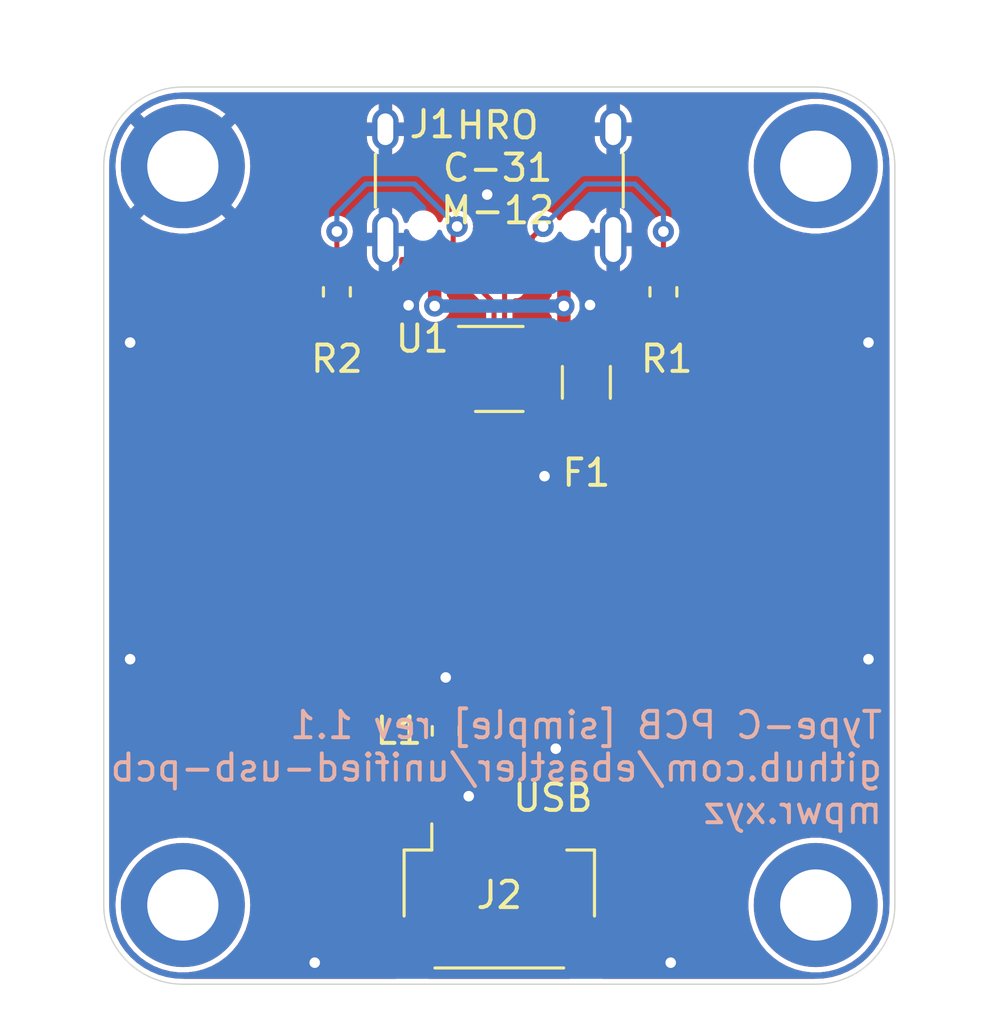
<source format=kicad_pcb>
(kicad_pcb (version 20221018) (generator pcbnew)
  (layers (0 "F.Cu" signal) (31 "B.Cu" signal) (34 "B.Paste" user) (35 "F.Paste" user) (36 "B.SilkS" user "B.Silkscreen") (37 "F.SilkS" user "F.Silkscreen") (38 "B.Mask" user) (39 "F.Mask" user) (44 "Edge.Cuts" user))
  (net 0 "")
  (net 2 "VOUT")
  (net 3 "Net-(F1-Pad2)")
  (net 4 "USB_D-")
  (net 5 "USB_D+")
  (net 7 "Net-(J1-PadA5)")
  (net 8 "Net-(J1-PadB5)")
  (net 9 "GND")
  (net 10 "Earth")
  (footprint "Fuse:Fuse_1206_3216Metric" (layer "F.Cu") (at 34.0614 30.48 90)
    (fp_text reference "F1" (at -3.429 0 180) (layer "F.SilkS"))
    (fp_text value "SCF075-1206R")
    (fp_line (start -0.602064 -0.91) (end 0.602064 -0.91) (stroke (width 0.12)) (layer "F.SilkS"))
    (fp_line (start -0.602064 0.91) (end 0.602064 0.91) (stroke (width 0.12)) (layer "F.SilkS"))
    (pad "1" smd roundrect (at -1.4 0 90) (size 1.25 1.75) (layers "F.Cu" "F.Paste" "F.Mask") (roundrect_rratio 0.2) (net 2 "VOUT"))
    (pad "2" smd roundrect (at 1.4 0 90) (size 1.25 1.75) (layers "F.Cu" "F.Paste" "F.Mask") (roundrect_rratio 0.2) (net 3 "Net-(F1-Pad2)"))
  )
  (footprint "Package_TO_SOT_SMD:SOT-23-6" (layer "F.Cu") (at 30.7594 29.972)
    (fp_text reference "U1" (at -2.921 -1.143) (layer "F.SilkS"))
    (fp_text value "SRV05-4")
    (fp_line (start -0.9 1.61) (end 0.9 1.61) (stroke (width 0.12)) (layer "F.SilkS"))
    (fp_line (start 0.9 -1.61) (end -1.55 -1.61) (stroke (width 0.12)) (layer "F.SilkS"))
    (pad "1" smd rect (at -1.1 -0.95) (size 1.06 0.65) (layers "F.Cu" "F.Paste" "F.Mask") (net 5 "USB_D+"))
    (pad "2" smd rect (at -1.1 0) (size 1.06 0.65) (layers "F.Cu" "F.Paste" "F.Mask") (net 10 "Earth"))
    (pad "3" smd rect (at -1.1 0.95) (size 1.06 0.65) (layers "F.Cu" "F.Paste" "F.Mask") (net 5 "USB_D+"))
    (pad "4" smd rect (at 1.1 0.95) (size 1.06 0.65) (layers "F.Cu" "F.Paste" "F.Mask") (net 4 "USB_D-"))
    (pad "5" smd rect (at 1.1 0) (size 1.06 0.65) (layers "F.Cu" "F.Paste" "F.Mask") (net 2 "VOUT"))
    (pad "6" smd rect (at 1.1 -0.95) (size 1.06 0.65) (layers "F.Cu" "F.Paste" "F.Mask") (net 4 "USB_D-"))
  )
  (footprint "MountingHole:MountingHole_2.7mm_M2.5_DIN965_Pad" (layer "F.Cu") (at 42.7594 22.288)
    (fp_text reference "H2" hide)
    (fp_text value "MountingHole_Pad")
    (pad "1" thru_hole circle (at 0 0) (size 4.7 4.7) (drill 2.7) (layers "*.Cu" "*.Mask"))
  )
  (footprint "MountingHole:MountingHole_2.7mm_M2.5_DIN965_Pad" (layer "F.Cu") (at 18.7594 22.288)
    (fp_text reference "H1" hide)
    (fp_text value "MountingHole_Pad")
    (pad "1" thru_hole circle (at 0 0) (size 4.7 4.7) (drill 2.7) (layers "*.Cu" "*.Mask") (net 10 "Earth"))
  )
  (footprint "Resistor_SMD:R_0603_1608Metric" (layer "F.Cu") (at 36.9824 27.051 90)
    (fp_text reference "R1" (at -2.54 0.127) (layer "F.SilkS"))
    (fp_text value "5.1k")
    (fp_line (start -0.162779 -0.51) (end 0.162779 -0.51) (stroke (width 0.12)) (layer "F.SilkS"))
    (fp_line (start -0.162779 0.51) (end 0.162779 0.51) (stroke (width 0.12)) (layer "F.SilkS"))
    (pad "1" smd roundrect (at -0.7875 0 90) (size 0.875 0.95) (layers "F.Cu" "F.Paste" "F.Mask") (net 10 "Earth"))
    (pad "2" smd roundrect (at 0.7875 0 90) (size 0.875 0.95) (layers "F.Cu" "F.Paste" "F.Mask") (net 7 "Net-(J1-PadA5)"))
  )
  (footprint "Inductor_SMD:L_0603_1608Metric" (layer "F.Cu") (at 28.7274 43.688 90)
    (fp_text reference "L1" (at 0 -1.778 180) (layer "F.SilkS"))
    (fp_text value "PBY160808T-181Y-N")
    (fp_line (start -0.162779 -0.51) (end 0.162779 -0.51) (stroke (width 0.12)) (layer "F.SilkS"))
    (fp_line (start -0.162779 0.51) (end 0.162779 0.51) (stroke (width 0.12)) (layer "F.SilkS"))
    (pad "1" smd roundrect (at -0.7875 0 90) (size 0.875 0.95) (layers "F.Cu" "F.Paste" "F.Mask") (net 9 "GND"))
    (pad "2" smd roundrect (at 0.7875 0 90) (size 0.875 0.95) (layers "F.Cu" "F.Paste" "F.Mask") (net 10 "Earth"))
  )
  (footprint "MountingHole:MountingHole_2.7mm_M2.5_DIN965_Pad" (layer "F.Cu") (at 42.7594 50.288)
    (fp_text reference "H4" hide)
    (fp_text value "MountingHole_Pad")
    (pad "1" thru_hole circle (at 0 0) (size 4.7 4.7) (drill 2.7) (layers "*.Cu" "*.Mask"))
  )
  (footprint "Connector_JST:JST_SH_SM05B-SRSS-TB_1x05-1MP_P1.00mm_Horizontal" (layer "F.Cu") (at 30.7594 49.988)
    (fp_text reference "J2" (at 0 -0.077) (layer "F.SilkS"))
    (fp_text value "USB_Out")
    (fp_line (start -3.61 -1.785) (end -2.56 -1.785) (stroke (width 0.12)) (layer "F.SilkS"))
    (fp_line (start -3.61 0.715) (end -3.61 -1.785) (stroke (width 0.12)) (layer "F.SilkS"))
    (fp_line (start -2.56 -1.785) (end -2.56 -2.775) (stroke (width 0.12)) (layer "F.SilkS"))
    (fp_line (start -2.44 2.685) (end 2.44 2.685) (stroke (width 0.12)) (layer "F.SilkS"))
    (fp_line (start 3.61 -1.785) (end 2.56 -1.785) (stroke (width 0.12)) (layer "F.SilkS"))
    (fp_line (start 3.61 0.715) (end 3.61 -1.785) (stroke (width 0.12)) (layer "F.SilkS"))
    (pad "1" smd roundrect (at -2 -2) (size 0.6 1.55) (layers "F.Cu" "F.Paste" "F.Mask") (net 9 "GND"))
    (pad "2" smd roundrect (at -1 -2) (size 0.6 1.55) (layers "F.Cu" "F.Paste" "F.Mask") (net 5 "USB_D+"))
    (pad "3" smd roundrect (at 0 -2) (size 0.6 1.55) (layers "F.Cu" "F.Paste" "F.Mask") (net 4 "USB_D-"))
    (pad "4" smd roundrect (at 1 -2) (size 0.6 1.55) (layers "F.Cu" "F.Paste" "F.Mask") (net 2 "VOUT"))
    (pad "5" smd roundrect (at 2 -2) (size 0.6 1.55) (layers "F.Cu" "F.Paste" "F.Mask") (net 2 "VOUT"))
    (pad "MP" smd roundrect (at -3.3 1.875) (size 1.2 1.8) (layers "F.Cu" "F.Paste" "F.Mask") (roundrect_rratio 0.2083333333) (net 10 "Earth"))
    (pad "MP" smd roundrect (at 3.3 1.875) (size 1.2 1.8) (layers "F.Cu" "F.Paste" "F.Mask") (roundrect_rratio 0.2083333333) (net 10 "Earth"))
  )
  (footprint "MountingHole:MountingHole_2.7mm_M2.5_DIN965_Pad" (layer "F.Cu") (at 18.7594 50.288)
    (fp_text reference "H3" hide)
    (fp_text value "MountingHole_Pad")
    (pad "1" thru_hole circle (at 0 0) (size 4.7 4.7) (drill 2.7) (layers "*.Cu" "*.Mask"))
  )
  (footprint "Connector_USB:USB_C_Receptacle_HRO_TYPE-C-31-M-12" (layer "F.Cu") (at 30.7594 21.938 180)
    (fp_text reference "J1" (at 2.54 1.237 180) (layer "F.SilkS"))
    (fp_text value "USB_C_Receptacle_USB2.0")
    (fp_line (start -4.7 -1.9) (end -4.7 0.1) (stroke (width 0.12)) (layer "F.SilkS"))
    (fp_line (start 4.7 -1.9) (end 4.7 0.1) (stroke (width 0.12)) (layer "F.SilkS"))
    (pad "" np_thru_hole circle (at -2.89 -2.6 180) (size 0.65 0.65) (drill 0.65) (layers "*.Cu" "*.Mask"))
    (pad "" np_thru_hole circle (at 2.89 -2.6 180) (size 0.65 0.65) (drill 0.65) (layers "*.Cu" "*.Mask"))
    (pad "A1" smd rect (at -3.25 -4.045 180) (size 0.6 1.45) (layers "F.Cu" "F.Paste" "F.Mask") (net 10 "Earth"))
    (pad "A4" smd rect (at -2.45 -4.045 180) (size 0.6 1.45) (layers "F.Cu" "F.Paste" "F.Mask") (net 3 "Net-(F1-Pad2)"))
    (pad "A5" smd rect (at -1.25 -4.045 180) (size 0.3 1.45) (layers "F.Cu" "F.Paste" "F.Mask") (net 7 "Net-(J1-PadA5)"))
    (pad "A6" smd rect (at -0.25 -4.045 180) (size 0.3 1.45) (layers "F.Cu" "F.Paste" "F.Mask") (net 5 "USB_D+"))
    (pad "A7" smd rect (at 0.25 -4.045 180) (size 0.3 1.45) (layers "F.Cu" "F.Paste" "F.Mask") (net 4 "USB_D-"))
    (pad "A8" smd rect (at 1.25 -4.045 180) (size 0.3 1.45) (layers "F.Cu" "F.Paste" "F.Mask"))
    (pad "A9" smd rect (at 2.45 -4.045 180) (size 0.6 1.45) (layers "F.Cu" "F.Paste" "F.Mask") (net 3 "Net-(F1-Pad2)"))
    (pad "A12" smd rect (at 3.25 -4.045 180) (size 0.6 1.45) (layers "F.Cu" "F.Paste" "F.Mask") (net 10 "Earth"))
    (pad "B1" smd rect (at 3.25 -4.045 180) (size 0.6 1.45) (layers "F.Cu" "F.Paste" "F.Mask") (net 10 "Earth"))
    (pad "B4" smd rect (at 2.45 -4.045 180) (size 0.6 1.45) (layers "F.Cu" "F.Paste" "F.Mask") (net 3 "Net-(F1-Pad2)"))
    (pad "B5" smd rect (at 1.75 -4.045 180) (size 0.3 1.45) (layers "F.Cu" "F.Paste" "F.Mask") (net 8 "Net-(J1-PadB5)"))
    (pad "B6" smd rect (at 0.75 -4.045 180) (size 0.3 1.45) (layers "F.Cu" "F.Paste" "F.Mask") (net 5 "USB_D+"))
    (pad "B7" smd rect (at -0.75 -4.045 180) (size 0.3 1.45) (layers "F.Cu" "F.Paste" "F.Mask") (net 4 "USB_D-"))
    (pad "B8" smd rect (at -1.75 -4.045 180) (size 0.3 1.45) (layers "F.Cu" "F.Paste" "F.Mask"))
    (pad "B9" smd rect (at -2.45 -4.045 180) (size 0.6 1.45) (layers "F.Cu" "F.Paste" "F.Mask") (net 3 "Net-(F1-Pad2)"))
    (pad "B12" smd rect (at -3.25 -4.045 180) (size 0.6 1.45) (layers "F.Cu" "F.Paste" "F.Mask") (net 10 "Earth"))
    (pad "S1" thru_hole oval (at -4.32 -3.13 180) (size 1 2.1) (drill oval 0.6 1.7) (layers "*.Cu" "*.Mask") (net 10 "Earth"))
    (pad "S1" thru_hole oval (at -4.32 1.05 180) (size 1 1.6) (drill oval 0.6 1.2) (layers "*.Cu" "*.Mask") (net 10 "Earth"))
    (pad "S1" thru_hole oval (at 4.32 -3.13 180) (size 1 2.1) (drill oval 0.6 1.7) (layers "*.Cu" "*.Mask") (net 10 "Earth"))
    (pad "S1" thru_hole oval (at 4.32 1.05 180) (size 1 1.6) (drill oval 0.6 1.2) (layers "*.Cu" "*.Mask") (net 10 "Earth"))
  )
  (footprint "Resistor_SMD:R_0603_1608Metric" (layer "F.Cu") (at 24.5999 27.051 90)
    (fp_text reference "R2" (at -2.54 0) (layer "F.SilkS"))
    (fp_text value "5.1k")
    (fp_line (start -0.162779 -0.51) (end 0.162779 -0.51) (stroke (width 0.12)) (layer "F.SilkS"))
    (fp_line (start -0.162779 0.51) (end 0.162779 0.51) (stroke (width 0.12)) (layer "F.SilkS"))
    (pad "1" smd roundrect (at -0.7875 0 90) (size 0.875 0.95) (layers "F.Cu" "F.Paste" "F.Mask") (net 10 "Earth"))
    (pad "2" smd roundrect (at 0.7875 0 90) (size 0.875 0.95) (layers "F.Cu" "F.Paste" "F.Mask") (net 8 "Net-(J1-PadB5)"))
  )
  (gr_line (start 42.7594 19.288) (end 18.7594 19.288) (stroke (width 0.05)) (layer "Edge.Cuts"))
  (gr_line (start 15.7594 22.288) (end 15.7594 50.288) (stroke (width 0.05)) (layer "Edge.Cuts"))
  (gr_line (start 18.7594 53.288) (end 42.7594 53.288) (stroke (width 0.05)) (layer "Edge.Cuts"))
  (gr_line (start 45.7594 50.288) (end 45.7594 22.288) (stroke (width 0.05)) (layer "Edge.Cuts"))
  (gr_arc (start 42.7594 19.288) (mid 44.88072 20.16668) (end 45.7594 22.288) (stroke (width 0.05)) (layer "Edge.Cuts"))
  (gr_arc (start 15.7594 22.288) (mid 16.63808 20.16668) (end 18.7594 19.288) (stroke (width 0.05)) (layer "Edge.Cuts"))
  (gr_arc (start 18.7594 53.288) (mid 16.63808 52.40932) (end 15.7594 50.288) (stroke (width 0.05)) (layer "Edge.Cuts"))
  (gr_arc (start 45.7594 50.288) (mid 44.88072 52.40932) (end 42.7594 53.288) (stroke (width 0.05)) (layer "Edge.Cuts"))
  (gr_text "Type-C PCB [simple] rev 1.1\ngithub.com/ebastler/unified-usb-pcb\nmpwr.xyz" (at 45.3644 45.085) (layer "B.SilkS") (effects (font (size 1 1)) (justify left mirror)))
  (gr_text "HRO\nC-31\nM-12" (at 30.6959 22.352) (layer "F.SilkS") (effects (font (size 1 1))))
  (gr_text "USB" (at 32.7914 46.228) (layer "F.SilkS") (effects (font (size 1 1))))
  (segment (start 32.7594 47.988) (end 32.7594 46.923) (width 0.508) (layer "F.Cu") (net 2))
  (segment (start 32.2499 46.4135) (end 31.7594 46.904) (width 0.508) (layer "F.Cu") (net 2))
  (segment (start 32.7594 46.923) (end 32.2499 46.4135) (width 0.508) (layer "F.Cu") (net 2))
  (segment (start 31.8594 29.972) (end 32.335902 29.972) (width 0.254) (layer "F.Cu") (net 2))
  (segment (start 31.7594 46.904) (end 31.7594 47.988) (width 0.508) (layer "F.Cu") (net 2))
  (segment (start 32.335902 29.972) (end 34.0614 31.697498) (width 0.254) (layer "F.Cu") (net 2))
  (segment (start 34.0614 44.602) (end 32.2499 46.4135) (width 0.508) (layer "F.Cu") (net 2))
  (segment (start 34.0614 31.88) (end 34.0614 44.602) (width 0.508) (layer "F.Cu") (net 2))
  (segment (start 34.0614 31.697498) (end 34.0614 31.88) (width 0.254) (layer "F.Cu") (net 2))
  (segment (start 28.3094 25.9398) (end 28.3094 27.588) (width 0.508) (layer "F.Cu") (net 3))
  (segment (start 33.2094 27.588) (end 33.2094 28.228) (width 0.508) (layer "F.Cu") (net 3))
  (segment (start 33.2094 27.588) (end 33.2094 25.9398) (width 0.508) (layer "F.Cu") (net 3))
  (segment (start 33.2094 28.228) (end 34.0614 29.08) (width 0.508) (layer "F.Cu") (net 3))
  (via (at 28.3094 27.588) (size 0.8) (drill 0.4) (layers "F.Cu" "B.Cu") (net 3))
  (via (at 33.2094 27.588) (size 0.8) (drill 0.4) (layers "F.Cu" "B.Cu") (net 3))
  (segment (start 28.3094 27.588) (end 33.2094 27.588) (width 0.508) (layer "B.Cu") (net 3))
  (segment (start 31.6094 29.022) (end 30.9594 28.372) (width 0.1905) (layer "F.Cu") (net 4))
  (segment (start 30.7594 47.0281) (end 31.115 46.6725) (width 0.1905) (layer "F.Cu") (net 4))
  (segment (start 31.440048 29.022) (end 31.8594 29.022) (width 0.1905) (layer "F.Cu") (net 4))
  (segment (start 30.95625 45.67555) (end 30.95625 31.59115) (width 0.1905) (layer "F.Cu") (net 4))
  (segment (start 31.115 45.9994) (end 31.115 45.8343) (width 0.1905) (layer "F.Cu") (net 4))
  (segment (start 30.937649 26.993751) (end 31.388001 26.993751) (width 0.1905) (layer "F.Cu") (net 4))
  (segment (start 30.95625 46.15815) (end 31.115 45.9994) (width 0.1905) (layer "F.Cu") (net 4))
  (segment (start 31.440048 30.922) (end 30.9594 30.441352) (width 0.1905) (layer "F.Cu") (net 4))
  (segment (start 30.7594 47.988) (end 30.7594 47.0281) (width 0.1905) (layer "F.Cu") (net 4))
  (segment (start 30.5094 26.872352) (end 30.630799 26.993751) (width 0.1905) (layer "F.Cu") (net 4))
  (segment (start 30.95625 46.33595) (end 30.95625 46.15815) (width 0.1905) (layer "F.Cu") (net 4))
  (segment (start 30.5094 25.983) (end 30.5094 26.872352) (width 0.1905) (layer "F.Cu") (net 4))
  (segment (start 30.9594 28.372) (end 30.9594 27.015502) (width 0.1905) (layer "F.Cu") (net 4))
  (segment (start 31.115 46.6725) (end 31.115 46.4947) (width 0.1905) (layer "F.Cu") (net 4))
  (segment (start 31.8594 30.922) (end 31.440048 30.922) (width 0.1905) (layer "F.Cu") (net 4))
  (segment (start 31.5094 26.872352) (end 31.5094 25.983) (width 0.1905) (layer "F.Cu") (net 4))
  (segment (start 30.95625 31.59115) (end 31.6254 30.922) (width 0.1905) (layer "F.Cu") (net 4))
  (segment (start 31.115 46.4947) (end 30.95625 46.33595) (width 0.1905) (layer "F.Cu") (net 4))
  (segment (start 30.9594 29.502648) (end 31.440048 29.022) (width 0.1905) (layer "F.Cu") (net 4))
  (segment (start 30.630799 26.993751) (end 30.937649 26.993751) (width 0.1905) (layer "F.Cu") (net 4))
  (segment (start 30.9594 27.015502) (end 30.937649 26.993751) (width 0.1905) (layer "F.Cu") (net 4))
  (segment (start 31.115 45.8343) (end 30.95625 45.67555) (width 0.1905) (layer "F.Cu") (net 4))
  (segment (start 31.6254 30.922) (end 31.8594 30.922) (width 0.1905) (layer "F.Cu") (net 4))
  (segment (start 31.8594 29.022) (end 31.6094 29.022) (width 0.1905) (layer "F.Cu") (net 4))
  (segment (start 31.388001 26.993751) (end 31.5094 26.872352) (width 0.1905) (layer "F.Cu") (net 4))
  (segment (start 30.9594 30.441352) (end 30.9594 29.502648) (width 0.1905) (layer "F.Cu") (net 4))
  (segment (start 30.5594 29.502648) (end 30.078752 29.022) (width 0.1905) (layer "F.Cu") (net 5))
  (segment (start 29.9094 29.022) (end 30.5594 28.372) (width 0.1905) (layer "F.Cu") (net 5))
  (segment (start 30.0094 25.093648) (end 30.130799 24.972249) (width 0.1905) (layer "F.Cu") (net 5))
  (segment (start 30.5594 28.372) (end 30.5594 27.4795) (width 0.1905) (layer "F.Cu") (net 5))
  (segment (start 29.7594 47.038) (end 30.56255 46.23485) (width 0.1905) (layer "F.Cu") (net 5))
  (segment (start 30.5594 30.441352) (end 30.5594 29.502648) (width 0.1905) (layer "F.Cu") (net 5))
  (segment (start 30.888001 24.972249) (end 31.0094 25.093648) (width 0.1905) (layer "F.Cu") (net 5))
  (segment (start 30.56255 46.23485) (end 30.56255 31.59115) (width 0.1905) (layer "F.Cu") (net 5))
  (segment (start 30.078752 30.922) (end 30.5594 30.441352) (width 0.1905) (layer "F.Cu") (net 5))
  (segment (start 29.6594 29.022) (end 29.9094 29.022) (width 0.1905) (layer "F.Cu") (net 5))
  (segment (start 29.6594 30.922) (end 30.078752 30.922) (width 0.1905) (layer "F.Cu") (net 5))
  (segment (start 30.56255 31.59115) (end 29.8934 30.922) (width 0.1905) (layer "F.Cu") (net 5))
  (segment (start 30.0094 25.983) (end 30.0094 25.093648) (width 0.1905) (layer "F.Cu") (net 5))
  (segment (start 29.7594 47.988) (end 29.7594 47.038) (width 0.1905) (layer "F.Cu") (net 5))
  (segment (start 30.130799 24.972249) (end 30.888001 24.972249) (width 0.1905) (layer "F.Cu") (net 5))
  (segment (start 30.0094 26.9295) (end 30.0094 25.983) (width 0.1905) (layer "F.Cu") (net 5))
  (segment (start 29.8934 30.922) (end 29.6594 30.922) (width 0.1905) (layer "F.Cu") (net 5))
  (segment (start 31.0094 25.093648) (end 31.0094 25.983) (width 0.1905) (layer "F.Cu") (net 5))
  (segment (start 30.5594 27.4795) (end 30.0094 26.9295) (width 0.1905) (layer "F.Cu") (net 5))
  (segment (start 30.078752 29.022) (end 29.6594 29.022) (width 0.1905) (layer "F.Cu") (net 5))
  (segment (start 32.0094 25.983) (end 32.0094 24.9855) (width 0.1905) (layer "F.Cu") (net 7))
  (segment (start 36.9824 24.7635) (end 36.9824 26.2635) (width 0.1905) (layer "F.Cu") (net 7))
  (segment (start 32.0094 24.9855) (end 32.4229 24.572) (width 0.1905) (layer "F.Cu") (net 7))
  (via (at 36.9824 24.7635) (size 0.8) (drill 0.4) (layers "F.Cu" "B.Cu") (net 7))
  (via (at 32.4229 24.572) (size 0.8) (drill 0.4) (layers "F.Cu" "B.Cu") (net 7))
  (segment (start 34.0314 22.9635) (end 35.8999 22.9635) (width 0.1905) (layer "B.Cu") (net 7))
  (segment (start 36.9824 24.046) (end 36.9824 24.7635) (width 0.1905) (layer "B.Cu") (net 7))
  (segment (start 35.8999 22.9635) (end 36.9824 24.046) (width 0.1905) (layer "B.Cu") (net 7))
  (segment (start 32.4229 24.572) (end 34.0314 22.9635) (width 0.1905) (layer "B.Cu") (net 7))
  (segment (start 29.0094 25.983) (end 29.0094 24.722) (width 0.1905) (layer "F.Cu") (net 8))
  (segment (start 29.0094 24.722) (end 29.1594 24.572) (width 0.1905) (layer "F.Cu") (net 8))
  (segment (start 24.5999 24.7635) (end 24.5999 26.2635) (width 0.1905) (layer "F.Cu") (net 8))
  (via (at 29.1594 24.572) (size 0.8) (drill 0.4) (layers "F.Cu" "B.Cu") (net 8))
  (via (at 24.5999 24.7635) (size 0.8) (drill 0.4) (layers "F.Cu" "B.Cu") (net 8))
  (segment (start 29.1594 24.572) (end 27.5509 22.9635) (width 0.1905) (layer "B.Cu") (net 8))
  (segment (start 27.5509 22.9635) (end 25.6999 22.9635) (width 0.1905) (layer "B.Cu") (net 8))
  (segment (start 24.5999 24.0635) (end 24.5999 24.7635) (width 0.1905) (layer "B.Cu") (net 8))
  (segment (start 25.6999 22.9635) (end 24.5999 24.0635) (width 0.1905) (layer "B.Cu") (net 8))
  (segment (start 28.7274 47.956) (end 28.7594 47.988) (width 0.508) (layer "F.Cu") (net 9))
  (segment (start 28.7274 44.4755) (end 28.7274 47.956) (width 0.508) (layer "F.Cu") (net 9))
  (segment (start 27.5094 25.983) (end 27.319332 26.173068) (width 0.508) (layer "F.Cu") (net 10))
  (segment (start 34.0094 27.358701) (end 34.199111 27.548412) (width 0.254) (layer "F.Cu") (net 10))
  (segment (start 26.4246 20.8448) (end 26.4394 20.8448) (width 0.508) (layer "F.Cu") (net 10))
  (segment (start 27.5094 27.368605) (end 27.319332 27.558673) (width 0.254) (layer "F.Cu") (net 10))
  (segment (start 34.0094 25.983) (end 34.199111 26.172711) (width 0.508) (layer "F.Cu") (net 10))
  (segment (start 34.199111 26.172711) (end 34.199111 27.548412) (width 0.508) (layer "F.Cu") (net 10))
  (segment (start 27.319332 26.173068) (end 27.319332 27.558673) (width 0.508) (layer "F.Cu") (net 10))
  (via (at 16.7594 40.972) (size 0.8) (drill 0.4) (layers "F.Cu" "B.Cu") (net 10))
  (via (at 32.8999 44.3635) (size 0.8) (drill 0.4) (layers "F.Cu" "B.Cu") (net 10))
  (via (at 16.7594 28.972) (size 0.8) (drill 0.4) (layers "F.Cu" "B.Cu") (net 10))
  (via (at 29.5999 46.1635) (size 0.8) (drill 0.4) (layers "F.Cu" "B.Cu") (net 10))
  (via (at 23.7594 52.472) (size 0.8) (drill 0.4) (layers "F.Cu" "B.Cu") (net 10))
  (via (at 34.199111 27.548412) (size 0.8) (drill 0.4) (layers "F.Cu" "B.Cu") (net 10))
  (via (at 44.7594 28.972) (size 0.8) (drill 0.4) (layers "F.Cu" "B.Cu") (net 10))
  (via (at 27.319332 27.558673) (size 0.8) (drill 0.4) (layers "F.Cu" "B.Cu") (net 10))
  (via (at 37.2594 52.472) (size 0.8) (drill 0.4) (layers "F.Cu" "B.Cu") (net 10))
  (via (at 32.4739 34.036) (size 0.8) (drill 0.4) (layers "F.Cu" "B.Cu") (net 10))
  (via (at 30.2999 23.3635) (size 0.8) (drill 0.4) (layers "F.Cu" "B.Cu") (net 10))
  (via (at 28.7274 41.6635) (size 0.8) (drill 0.4) (layers "F.Cu" "B.Cu") (net 10))
  (via (at 44.7594 40.972) (size 0.8) (drill 0.4) (layers "F.Cu" "B.Cu") (net 10))
  (segment (start 34.199111 27.548412) (end 34.199111 27.515809) (width 0.254) (layer "B.Cu") (net 10))
  (zone (net 10) (net_name "Earth") (layers "F&B.Cu") (connect_pads (clearance 0.2032)) (min_thickness 0.1905) (fill yes (thermal_gap 0.2032) (thermal_bridge_width 0.508) (smoothing chamfer) (radius 0.2032))
    (polygon (pts (xy 46.2594 53.788) (xy 15.2594 53.788) (xy 15.2594 17.788) (xy 46.2594 17.788)))
  )
)
</source>
